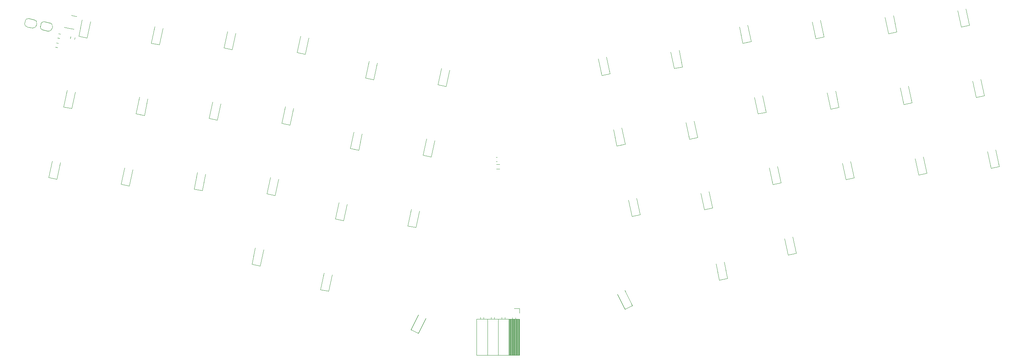
<source format=gbr>
%TF.GenerationSoftware,KiCad,Pcbnew,7.0.2*%
%TF.CreationDate,2023-06-24T23:52:28+10:00*%
%TF.ProjectId,keyboard,6b657962-6f61-4726-942e-6b696361645f,v1.0.0*%
%TF.SameCoordinates,Original*%
%TF.FileFunction,Legend,Bot*%
%TF.FilePolarity,Positive*%
%FSLAX46Y46*%
G04 Gerber Fmt 4.6, Leading zero omitted, Abs format (unit mm)*
G04 Created by KiCad (PCBNEW 7.0.2) date 2023-06-24 23:52:28*
%MOMM*%
%LPD*%
G01*
G04 APERTURE LIST*
%ADD10C,0.120000*%
G04 APERTURE END LIST*
D10*
%TO.C,R8*%
X99060411Y-72876561D02*
X98961753Y-73340707D01*
X98038247Y-72659293D02*
X97939589Y-73123439D01*
%TO.C,R7*%
X95373439Y-73060411D02*
X94909293Y-72961753D01*
X95590707Y-72038247D02*
X95126561Y-71939589D01*
%TO.C,R5*%
X94873439Y-75310411D02*
X94409293Y-75211753D01*
X95090707Y-74288247D02*
X94626561Y-74189589D01*
%TO.C,J2*%
X203288562Y-148840000D02*
X203288562Y-140210000D01*
X203760942Y-148840000D02*
X203760942Y-140210000D01*
X202698087Y-148840000D02*
X202698087Y-140210000D01*
X204115227Y-148840000D02*
X204115227Y-140210000D01*
X204705702Y-148840000D02*
X204705702Y-140210000D01*
X203170467Y-148840000D02*
X203170467Y-140210000D01*
X202579987Y-148840000D02*
X202579987Y-140210000D01*
X200949987Y-140210000D02*
X200949987Y-139800000D01*
X195869987Y-140210000D02*
X195869987Y-139800000D01*
X204941892Y-148840000D02*
X204941892Y-140210000D01*
X204351417Y-148840000D02*
X204351417Y-140210000D01*
X204209987Y-140210000D02*
X204209987Y-139860000D01*
X205179987Y-140210000D02*
X194899987Y-140210000D01*
X205179987Y-148840000D02*
X194899987Y-148840000D01*
X205059987Y-148840000D02*
X205059987Y-140210000D01*
X204469512Y-148840000D02*
X204469512Y-140210000D01*
X200039987Y-148840000D02*
X200039987Y-140210000D01*
X196589987Y-140210000D02*
X196589987Y-139800000D01*
X205179987Y-148840000D02*
X205179987Y-140210000D01*
X203879037Y-148840000D02*
X203879037Y-140210000D01*
X202816182Y-148840000D02*
X202816182Y-140210000D01*
X205179987Y-138750000D02*
X205179987Y-137640000D01*
X204587607Y-148840000D02*
X204587607Y-140210000D01*
X203524752Y-148840000D02*
X203524752Y-140210000D01*
X201669987Y-140210000D02*
X201669987Y-139800000D01*
X198409987Y-140210000D02*
X198409987Y-139800000D01*
X204233322Y-148840000D02*
X204233322Y-140210000D01*
X203052372Y-148840000D02*
X203052372Y-140210000D01*
X204823797Y-148840000D02*
X204823797Y-140210000D01*
X197499987Y-148840000D02*
X197499987Y-140210000D01*
X199129987Y-140210000D02*
X199129987Y-139800000D01*
X202934277Y-148840000D02*
X202934277Y-140210000D01*
X203642847Y-148840000D02*
X203642847Y-140210000D01*
X203997132Y-148840000D02*
X203997132Y-140210000D01*
X203489987Y-140210000D02*
X203489987Y-139860000D01*
X203406657Y-148840000D02*
X203406657Y-140210000D01*
X205179987Y-137640000D02*
X203849987Y-137640000D01*
X194899987Y-148840000D02*
X194899987Y-140210000D01*
%TO.C,D9*%
X127464267Y-109112885D02*
X128297993Y-105190513D01*
X129420562Y-109528708D02*
X127464267Y-109112885D01*
X129420562Y-109528708D02*
X130254288Y-105606336D01*
%TO.C,D42*%
X317684135Y-104117419D02*
X316850409Y-100195047D01*
X319640430Y-103701596D02*
X317684135Y-104117419D01*
X319640430Y-103701596D02*
X318806704Y-99779224D01*
%TO.C,D40*%
X310511182Y-70371326D02*
X309677456Y-66448954D01*
X312467477Y-69955503D02*
X310511182Y-70371326D01*
X312467477Y-69955503D02*
X311633751Y-66033131D01*
%TO.C,D10*%
X152030046Y-76507900D02*
X152863772Y-72585528D01*
X153986341Y-76923723D02*
X152030046Y-76507900D01*
X153986341Y-76923723D02*
X154820067Y-73001351D01*
%TO.C,JP2*%
X93557033Y-70834521D02*
X93681780Y-70247632D01*
X93142615Y-69417391D02*
X91773208Y-69126314D01*
X91357385Y-71082609D02*
X92726792Y-71373686D01*
X90942967Y-69665479D02*
X90818220Y-70252368D01*
X92726792Y-71373685D02*
G75*
G03*
X93557033Y-70834521I145539J684701D01*
G01*
X93681779Y-70247632D02*
G75*
G03*
X93142615Y-69417391I-684701J145539D01*
G01*
X90818221Y-70252368D02*
G75*
G03*
X91357385Y-71082608I684702J-145538D01*
G01*
X91773208Y-69126316D02*
G75*
G03*
X90942968Y-69665479I-145538J-684702D01*
G01*
%TO.C,D29*%
X252842825Y-130934707D02*
X252009099Y-127012335D01*
X254799120Y-130518884D02*
X252842825Y-130934707D01*
X254799120Y-130518884D02*
X253965394Y-126596512D01*
%TO.C,D34*%
X275829487Y-73142616D02*
X274995761Y-69220244D01*
X277785782Y-72726793D02*
X275829487Y-73142616D01*
X277785782Y-72726793D02*
X276952056Y-68804421D01*
%TO.C,D25*%
X230305154Y-137881957D02*
X228484652Y-134309021D01*
X232087167Y-136973976D02*
X230305154Y-137881957D01*
X232087167Y-136973976D02*
X230266665Y-133401040D01*
%TO.C,D37*%
X293222313Y-72001508D02*
X292388587Y-68079136D01*
X295178608Y-71585685D02*
X293222313Y-72001508D01*
X295178608Y-71585685D02*
X294344882Y-67663313D01*
%TO.C,D23*%
X228381002Y-98818796D02*
X227547276Y-94896424D01*
X230337297Y-98402973D02*
X228381002Y-98818796D01*
X230337297Y-98402973D02*
X229503571Y-94480601D01*
%TO.C,D4*%
X117244395Y-74225685D02*
X118078121Y-70303313D01*
X119200690Y-74641508D02*
X117244395Y-74225685D01*
X119200690Y-74641508D02*
X120034416Y-70719136D01*
%TO.C,D3*%
X92782573Y-106341596D02*
X93616299Y-102419224D01*
X94738868Y-106757419D02*
X92782573Y-106341596D01*
X94738868Y-106757419D02*
X95572594Y-102835047D01*
%TO.C,D32*%
X265609615Y-108029815D02*
X264775889Y-104107443D01*
X267565910Y-107613992D02*
X265609615Y-108029815D01*
X267565910Y-107613992D02*
X266732184Y-103691620D01*
%TO.C,D13*%
X141270616Y-127127039D02*
X142104342Y-123204667D01*
X143226911Y-127542862D02*
X141270616Y-127127039D01*
X143226911Y-127542862D02*
X144060637Y-123620490D01*
%TO.C,D39*%
X300395266Y-105747600D02*
X299561540Y-101825228D01*
X302351561Y-105331777D02*
X300395266Y-105747600D01*
X302351561Y-105331777D02*
X301517835Y-101409405D01*
%TO.C,D38*%
X296808789Y-88874554D02*
X295975063Y-84952182D01*
X298765084Y-88458731D02*
X296808789Y-88874554D01*
X298765084Y-88458731D02*
X297931358Y-84536359D01*
%TO.C,D7*%
X134637221Y-75366793D02*
X135470947Y-71444421D01*
X136593516Y-75782616D02*
X134637221Y-75366793D01*
X136593516Y-75782616D02*
X137427242Y-71860244D01*
%TO.C,D2*%
X96369049Y-89468550D02*
X97202775Y-85546178D01*
X98325344Y-89884373D02*
X96369049Y-89468550D01*
X98325344Y-89884373D02*
X99159070Y-85962001D01*
%TO.C,D19*%
X182085706Y-101042973D02*
X182919432Y-97120601D01*
X184042001Y-101458796D02*
X182085706Y-101042973D01*
X184042001Y-101458796D02*
X184875727Y-97536424D01*
%TO.C,D28*%
X249256348Y-114061661D02*
X248422622Y-110139289D01*
X251212643Y-113645838D02*
X249256348Y-114061661D01*
X251212643Y-113645838D02*
X250378917Y-109723466D01*
%TO.C,D1*%
X99955526Y-72595503D02*
X100789252Y-68673131D01*
X101911821Y-73011326D02*
X99955526Y-72595503D01*
X101911821Y-73011326D02*
X102745547Y-69088954D01*
%TO.C,JP1*%
X89807033Y-70084521D02*
X89931780Y-69497632D01*
X89392615Y-68667391D02*
X88023208Y-68376314D01*
X87607385Y-70332609D02*
X88976792Y-70623686D01*
X87192967Y-68915479D02*
X87068220Y-69502368D01*
X88976792Y-70623685D02*
G75*
G03*
X89807033Y-70084521I145539J684701D01*
G01*
X89931779Y-69497632D02*
G75*
G03*
X89392615Y-68667391I-684701J145539D01*
G01*
X87068221Y-69502368D02*
G75*
G03*
X87607385Y-70332608I684702J-145538D01*
G01*
X88023208Y-68376316D02*
G75*
G03*
X87192968Y-68915479I-145538J-684702D01*
G01*
%TO.C,D8*%
X131050744Y-92239839D02*
X131884470Y-88317467D01*
X133007039Y-92655662D02*
X131050744Y-92239839D01*
X133007039Y-92655662D02*
X133840765Y-88733290D01*
%TO.C,D24*%
X231967479Y-115691843D02*
X231133753Y-111769471D01*
X233923774Y-115276020D02*
X231967479Y-115691843D01*
X233923774Y-115276020D02*
X233090048Y-111353648D01*
%TO.C,D27*%
X245669872Y-97188615D02*
X244836146Y-93266243D01*
X247626167Y-96772792D02*
X245669872Y-97188615D01*
X247626167Y-96772792D02*
X246792441Y-92850420D01*
%TO.C,D5*%
X113657919Y-91098731D02*
X114491645Y-87176359D01*
X115614214Y-91514554D02*
X113657919Y-91098731D01*
X115614214Y-91514554D02*
X116447940Y-87592182D01*
%TO.C,D15*%
X164796836Y-99412792D02*
X165630562Y-95490420D01*
X166753131Y-99828615D02*
X164796836Y-99412792D01*
X166753131Y-99828615D02*
X167586857Y-95906243D01*
%TO.C,C15*%
X199559420Y-101490000D02*
X199840580Y-101490000D01*
X199559420Y-102510000D02*
X199840580Y-102510000D01*
%TO.C,D31*%
X262023139Y-91156769D02*
X261189413Y-87234397D01*
X263979434Y-90740946D02*
X262023139Y-91156769D01*
X263979434Y-90740946D02*
X263145708Y-86818574D01*
%TO.C,Q2*%
X98824342Y-67724090D02*
X98188546Y-67588947D01*
X98824342Y-67724090D02*
X99460138Y-67859232D01*
X98175658Y-70775910D02*
X96537261Y-70427658D01*
X98175658Y-70775910D02*
X98811454Y-70911053D01*
%TO.C,L1*%
X200399622Y-104310000D02*
X199600378Y-104310000D01*
X200399622Y-103190000D02*
X199600378Y-103190000D01*
%TO.C,D26*%
X242083395Y-80315569D02*
X241249669Y-76393197D01*
X244039690Y-79899746D02*
X242083395Y-80315569D01*
X244039690Y-79899746D02*
X243205964Y-75977374D01*
%TO.C,D30*%
X258436662Y-74283723D02*
X257602936Y-70361351D01*
X260392957Y-73867900D02*
X258436662Y-74283723D01*
X260392957Y-73867900D02*
X259559231Y-69945528D01*
%TO.C,D18*%
X185672182Y-84169927D02*
X186505908Y-80247555D01*
X187628477Y-84585750D02*
X185672182Y-84169927D01*
X187628477Y-84585750D02*
X188462203Y-80663378D01*
%TO.C,D33*%
X269196092Y-124902862D02*
X268362366Y-120980490D01*
X271152387Y-124487039D02*
X269196092Y-124902862D01*
X271152387Y-124487039D02*
X270318661Y-120564667D01*
%TO.C,D14*%
X168383313Y-82539746D02*
X169217039Y-78617374D01*
X170339608Y-82955569D02*
X168383313Y-82539746D01*
X170339608Y-82955569D02*
X171173334Y-79033197D01*
%TO.C,D11*%
X148443569Y-93380946D02*
X149277295Y-89458574D01*
X150399864Y-93796769D02*
X148443569Y-93380946D01*
X150399864Y-93796769D02*
X151233590Y-89874397D01*
%TO.C,D22*%
X224794525Y-81945750D02*
X223960799Y-78023378D01*
X226750820Y-81529927D02*
X224794525Y-81945750D01*
X226750820Y-81529927D02*
X225917094Y-77607555D01*
%TO.C,D21*%
X179227836Y-142738976D02*
X181048338Y-139166040D01*
X181009849Y-143646957D02*
X179227836Y-142738976D01*
X181009849Y-143646957D02*
X182830351Y-140074021D01*
%TO.C,D36*%
X283002441Y-106888708D02*
X282168715Y-102966336D01*
X284958736Y-106472885D02*
X283002441Y-106888708D01*
X284958736Y-106472885D02*
X284125010Y-102550513D01*
%TO.C,D35*%
X279415964Y-90015662D02*
X278582238Y-86093290D01*
X281372259Y-89599839D02*
X279415964Y-90015662D01*
X281372259Y-89599839D02*
X280538533Y-85677467D01*
%TO.C,D17*%
X157623883Y-133158884D02*
X158457609Y-129236512D01*
X159580178Y-133574707D02*
X157623883Y-133158884D01*
X159580178Y-133574707D02*
X160413904Y-129652335D01*
%TO.C,D16*%
X161210360Y-116285838D02*
X162044086Y-112363466D01*
X163166655Y-116701661D02*
X161210360Y-116285838D01*
X163166655Y-116701661D02*
X164000381Y-112779289D01*
%TO.C,D20*%
X178499229Y-117916020D02*
X179332955Y-113993648D01*
X180455524Y-118331843D02*
X178499229Y-117916020D01*
X180455524Y-118331843D02*
X181289250Y-114409471D01*
%TO.C,D12*%
X144857093Y-110253992D02*
X145690819Y-106331620D01*
X146813388Y-110669815D02*
X144857093Y-110253992D01*
X146813388Y-110669815D02*
X147647114Y-106747443D01*
%TO.C,D6*%
X110071442Y-107971777D02*
X110905168Y-104049405D01*
X112027737Y-108387600D02*
X110071442Y-107971777D01*
X112027737Y-108387600D02*
X112861463Y-104465228D01*
%TO.C,D41*%
X314097659Y-87244373D02*
X313263933Y-83322001D01*
X316053954Y-86828550D02*
X314097659Y-87244373D01*
X316053954Y-86828550D02*
X315220228Y-82906178D01*
%TD*%
M02*

</source>
